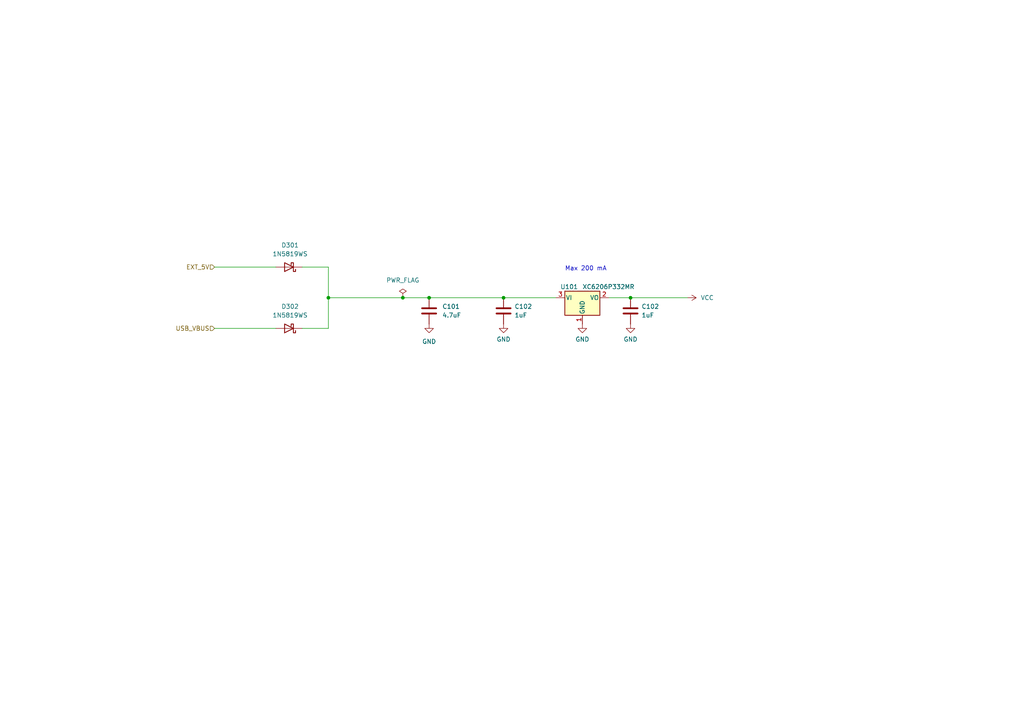
<source format=kicad_sch>
(kicad_sch (version 20230121) (generator eeschema)
  (paper "A4")
  (title_block (title "RF McQuack CC1101") (date "2023-11-10") (rev "1") (company "Andreas Sandberg <andreas@sandberg.uk>"))
  (lib_symbols
    (symbol "Device:C" (pin_numbers hide) (pin_names (offset 0.254))
      (property "Reference" "C" (at 0.635 2.54 0))
      (property "Value" "C" (at 0.635 -2.54 0))
      (symbol "C_0_1"
        (polyline (pts (xy -2.032 -0.762) (xy 2.032 -0.762)) (stroke (width 0.508)))
        (polyline (pts (xy -2.032 0.762) (xy 2.032 0.762)) (stroke (width 0.508)))
      )
      (symbol "C_1_1"
        (pin passive line (at 0 3.81 270) (length 2.794) (name "~") (number "1"))
        (pin passive line (at 0 -3.81 90) (length 2.794) (name "~") (number "2"))
      )
    )
    (symbol "Device:D_Schottky" (pin_numbers hide) (pin_names (offset 1.016) hide)
      (property "Reference" "D" (at 0 2.54 0))
      (property "Value" "D_Schottky" (at 0 -2.54 0))
      (symbol "D_Schottky_0_1"
        (polyline (pts (xy 1.27 0) (xy -1.27 0)))
        (polyline (pts (xy 1.27 1.27) (xy 1.27 -1.27) (xy -1.27 0) (xy 1.27 1.27)) (stroke (width 0.254)))
        (polyline (pts (xy -1.905 0.635) (xy -1.905 1.27) (xy -1.27 1.27) (xy -1.27 -1.27) (xy -0.635 -1.27) (xy -0.635 -0.635)) (stroke (width 0.254)))
      )
      (symbol "D_Schottky_1_1"
        (pin passive line (at -3.81 0 0) (length 2.54) (name "K") (number "1"))
        (pin passive line (at 3.81 0 180) (length 2.54) (name "A") (number "2"))
      )
    )
    (symbol "PWR_FLAG_1" (power) (pin_numbers hide) (pin_names (offset 0) hide)
      (property "Value" "PWR_FLAG_1" (at 0 3.81 0))
      (symbol "PWR_FLAG_1_0_0"
        (pin power_out line (at 0 0 90) (length 0) (name "pwr") (number "1"))
      )
      (symbol "PWR_FLAG_1_0_1"
        (polyline (pts (xy 0 0) (xy 0 1.27) (xy -1.016 1.905) (xy 0 2.54) (xy 1.016 1.905) (xy 0 1.27)))
      )
    )
    (symbol "Regulator_Linear:XC6206PxxxMR" (pin_names (offset 0.254))
      (property "Reference" "U" (at -3.81 3.175 0))
      (property "Value" "XC6206PxxxMR" (at 0 3.175 0))
      (symbol "XC6206PxxxMR_0_1"
        (rectangle (start -5.08 1.905) (end 5.08 -5.08) (stroke (width 0.254)) (fill (type background)))
      )
      (symbol "XC6206PxxxMR_1_1"
        (pin power_in line (at 0 -7.62 90) (length 2.54) (name "GND") (number "1"))
        (pin power_out line (at 7.62 0 180) (length 2.54) (name "VO") (number "2"))
        (pin power_in line (at -7.62 0 0) (length 2.54) (name "VI") (number "3"))
      )
    )
    (symbol "power:GND" (power) (pin_names (offset 0))
      (property "Value" "GND" (at 0 -3.81 0))
      (symbol "GND_0_1"
        (polyline (pts (xy 0 0) (xy 0 -1.27) (xy 1.27 -1.27) (xy 0 -2.54) (xy -1.27 -1.27) (xy 0 -1.27)))
      )
      (symbol "GND_1_1"
        (pin power_in line (at 0 0 270) (length 0) hide (name "GND") (number "1"))
      )
    )
    (symbol "power:VCC" (power) (pin_names (offset 0))
      (property "Value" "VCC" (at 0 3.81 0))
      (symbol "VCC_0_1"
        (polyline (pts (xy -0.762 1.27) (xy 0 2.54)))
        (polyline (pts (xy 0 0) (xy 0 2.54)))
        (polyline (pts (xy 0 2.54) (xy 0.762 1.27)))
      )
      (symbol "VCC_1_1"
        (pin power_in line (at 0 0 90) (length 0) hide (name "VCC") (number "1"))
      )
    )
  )
  (junction (at 95.25 86.36))
  (junction (at 146.05 86.36))
  (junction (at 124.46 86.36))
  (junction (at 182.88 86.36))
  (junction (at 116.84 86.36))
  (wire (pts (xy 95.25 77.47) (xy 95.25 86.36)))
  (wire (pts (xy 87.63 95.25) (xy 95.25 95.25)))
  (wire (pts (xy 116.84 86.36) (xy 124.46 86.36)))
  (wire (pts (xy 176.53 86.36) (xy 182.88 86.36)))
  (wire (pts (xy 124.46 86.36) (xy 146.05 86.36)))
  (wire (pts (xy 62.23 95.25) (xy 80.01 95.25)))
  (wire (pts (xy 146.05 86.36) (xy 161.29 86.36)))
  (wire (pts (xy 87.63 77.47) (xy 95.25 77.47)))
  (wire (pts (xy 95.25 86.36) (xy 116.84 86.36)))
  (wire (pts (xy 95.25 86.36) (xy 95.25 95.25)))
  (wire (pts (xy 62.23 77.47) (xy 80.01 77.47)))
  (wire (pts (xy 182.88 86.36) (xy 199.39 86.36)))
  (text "Max 200 mA " (at 163.83 78.74 0) (effects (font (size 1.27 1.27)) (justify left bottom)))
  (hierarchical_label "EXT_5V" (shape input) (at 62.23 77.47 180))
  (hierarchical_label "USB_VBUS" (shape input) (at 62.23 95.25 180))
  (symbol (lib_id "Device:D_Schottky") (at 83.82 95.25 180) (unit 1)
    (property "Reference" "D302" (at 84.1375 88.9 0))
    (property "Value" "1N5819WS" (at 84.1375 91.44 0))
    (property "Footprint" "Diode_SMD:D_SOD-323" (effects hide))
    (property "Datasheet" "https://datasheet.lcsc.com/lcsc/2204281430_Guangdong-Hottech-1N5819WS_C191023.pdf" (effects hide))
    (property "LCSC Part #" "C191023" (effects hide))
  )
  (symbol (lib_id "power:GND") (at 124.46 93.98 0) (unit 1)
    (property "Reference" "#PWR0102" (effects hide))
    (property "Value" "GND" (at 124.46 99.06 0))
    (instances (project "cc1quack" (path "" (reference "#PWR0102") (unit 1)) (path "" (reference "#PWR0301") (unit 1))))
  )
  (symbol (lib_name "PWR_FLAG_1") (lib_id "power:PWR_FLAG") (at 116.84 86.36 0) (unit 1)
    (property "Reference" "#FLG0101" (effects hide))
    (property "Value" "PWR_FLAG" (at 116.84 81.28 0))
    (instances (project "cc1quack" (path "" (reference "#FLG0101") (unit 1)) (path "" (reference "#FLG0301") (unit 1))))
  )
  (symbol (lib_id "power:GND") (at 146.05 93.98 0) (unit 1)
    (property "Reference" "#PWR0103" (effects hide))
    (property "Value" "GND" (at 146.05 98.425 0))
    (instances (project "cc1quack" (path "" (reference "#PWR0103") (unit 1)) (path "" (reference "#PWR0302") (unit 1))))
  )
  (symbol (lib_id "power:VCC") (at 199.39 86.36 270) (unit 1)
    (property "Reference" "#PWR0106" (effects hide))
    (property "Value" "VCC" (at 203.2 86.36 90) (effects (justify left)))
    (instances (project "cc1quack" (path "" (reference "#PWR0106") (unit 1)) (path "" (reference "#PWR0305") (unit 1))))
  )
  (symbol (lib_id "power:GND") (at 168.91 93.98 0) (unit 1)
    (property "Reference" "#PWR0104" (effects hide))
    (property "Value" "GND" (at 168.91 98.425 0))
    (instances (project "cc1quack" (path "" (reference "#PWR0104") (unit 1)) (path "" (reference "#PWR0303") (unit 1))))
  )
  (symbol (lib_id "Device:C") (at 146.05 90.17 0) (unit 1)
    (property "Reference" "C102" (at 149.225 88.8999 0) (effects (justify left)))
    (property "Value" "1uF" (at 149.225 91.4399 0) (effects (justify left)))
    (property "Footprint" "Capacitor_SMD:C_0603_1608Metric" (effects hide))
    (property "LCSC Part #" "C15849" (effects hide))
    (instances (project "cc1quack" (path "" (reference "C102") (unit 1)) (path "" (reference "C302") (unit 1))))
  )
  (symbol (lib_id "Device:D_Schottky") (at 83.82 77.47 180) (unit 1)
    (property "Reference" "D301" (at 84.1375 71.12 0))
    (property "Value" "1N5819WS" (at 84.1375 73.66 0))
    (property "Footprint" "Diode_SMD:D_SOD-323" (effects hide))
    (property "Datasheet" "https://datasheet.lcsc.com/lcsc/2204281430_Guangdong-Hottech-1N5819WS_C191023.pdf" (effects hide))
    (property "LCSC Part #" "C191023" (effects hide))
  )
  (symbol (lib_id "power:GND") (at 182.88 93.98 0) (unit 1)
    (property "Reference" "#PWR0105" (effects hide))
    (property "Value" "GND" (at 182.88 98.425 0))
    (instances (project "cc1quack" (path "" (reference "#PWR0105") (unit 1)) (path "" (reference "#PWR0304") (unit 1))))
  )
  (symbol (lib_id "Regulator_Linear:XC6206PxxxMR") (at 168.91 86.36 0) (unit 1)
    (property "Reference" "U101" (at 165.1 83.185 0))
    (property "Value" "XC6206P332MR" (at 168.91 83.185 0) (effects (justify left)))
    (property "Footprint" "Package_TO_SOT_SMD:SOT-23" (effects hide))
    (property "Datasheet" "https://www.torexsemi.com/file/xc6206/XC6206.pdf" (effects hide))
    (property "Manufacturer" "Torex Semicon" (effects hide))
    (property "LCSC Part #" "C5446" (effects hide))
    (property "Part number" "XC6206P332MR" (effects hide))
    (instances (project "cc1quack" (path "" (reference "U101") (unit 1)) (path "" (reference "U301") (unit 1))))
  )
  (symbol (lib_id "Device:C") (at 124.46 90.17 0) (unit 1)
    (property "Reference" "C101" (at 128.27 88.9 0) (effects (justify left)))
    (property "Value" "4.7uF" (at 128.27 91.44 0) (effects (justify left)))
    (property "Footprint" "Capacitor_SMD:C_0603_1608Metric" (effects hide))
    (property "LCSC Part #" "C19666" (effects hide))
    (instances (project "cc1quack" (path "" (reference "C101") (unit 1)) (path "" (reference "C301") (unit 1))))
  )
  (symbol (lib_id "Device:C") (at 182.88 90.17 0) (unit 1)
    (property "Reference" "C102" (at 186.055 88.8999 0) (effects (justify left)))
    (property "Value" "1uF" (at 186.055 91.4399 0) (effects (justify left)))
    (property "Footprint" "Capacitor_SMD:C_0603_1608Metric" (effects hide))
    (property "LCSC Part #" "C15849" (effects hide))
    (instances (project "cc1quack" (path "" (reference "C102") (unit 1)) (path "" (reference "C303") (unit 1))))
  )
)
</source>
